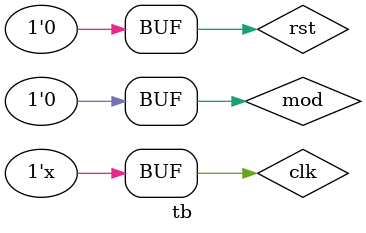
<source format=v>
`timescale 1ns / 1ps


module tb;

reg clk;
reg rst;
reg mod;

test1 dut(
    .clk(clk),
    .rst(rst),
    .mod(mod)
);

always #1 clk = ~clk;

initial begin
    clk = 0;
    rst = 1;
    mod = 0;
    #10 rst = 0;
    #1000000 mod = 1;
    #1000000 mod = 0;
    

end

endmodule

</source>
